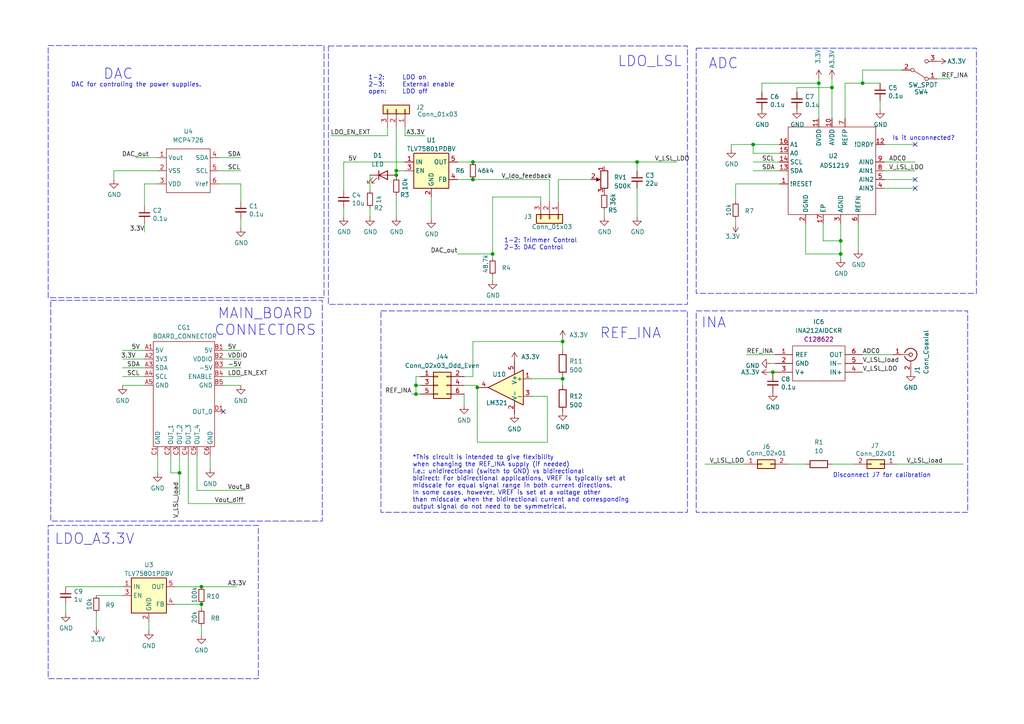
<source format=kicad_sch>
(kicad_sch (version 20250114) (generator "eeschema") (generator_version "9.0")
  (paper "A4")
  (lib_symbols
    (symbol "Amplifier_Operational:LM321" (pin_names (offset 0.127))
      (property "Reference" "U" (at 0 7.62 0))
      (property "Value" "LM321" (at 0 5.08 0))
      (symbol "LM321_0_1"
        (polyline (pts (xy -5.08 5.08) (xy 5.08 0) (xy -5.08 -5.08) (xy -5.08 5.08)) (stroke (width 0.254)) (fill (type background)))
      )
      (symbol "LM321_1_1"
        (pin input line (at -7.62 2.54 0) (length 2.54) (name "+") (number "1"))
        (pin input line (at -7.62 -2.54 0) (length 2.54) (name "-") (number "3"))
        (pin power_in line (at -2.54 7.62 270) (length 3.81) (name "V+") (number "5"))
        (pin power_in line (at -2.54 -7.62 90) (length 3.81) (name "V-") (number "2"))
        (pin output line (at 7.62 0 180) (length 2.54) (name "~") (number "4"))
      )
    )
    (symbol "Connector:Conn_Coaxial" (pin_names (offset 1.016) (hide yes))
      (property "Reference" "J" (at 0.254 3.048 0))
      (property "Value" "Conn_Coaxial" (at 2.921 0 90))
      (symbol "Conn_Coaxial_0_1"
        (polyline (pts (xy -2.54 0) (xy -0.508 0)))
        (arc (start 1.778 0) (mid 0.222 -1.8079) (end -1.778 -0.508) (stroke (width 0.254)))
        (arc (start -1.778 0.508) (mid 0.2221 1.8084) (end 1.778 0) (stroke (width 0.254)))
        (circle (center 0 0) (radius 0.508) (stroke (width 0.2032)))
        (polyline (pts (xy 0 -2.54) (xy 0 -1.778)))
      )
      (symbol "Conn_Coaxial_1_1"
        (pin passive line (at -5.08 0 0) (length 2.54) (name "In") (number "1"))
        (pin passive line (at 0 -5.08 90) (length 2.54) (name "Ext") (number "2"))
      )
    )
    (symbol "Connector_Generic:Conn_01x03" (pin_names (offset 1.016) (hide yes))
      (property "Reference" "J" (at 0 5.08 0))
      (property "Value" "Conn_01x03" (at 0 -5.08 0))
      (symbol "Conn_01x03_1_1"
        (rectangle (start -1.27 3.81) (end 1.27 -3.81) (stroke (width 0.254)) (fill (type background)))
        (rectangle (start -1.27 2.667) (end 0 2.413) (stroke (width 0.1524)))
        (rectangle (start -1.27 0.127) (end 0 -0.127) (stroke (width 0.1524)))
        (rectangle (start -1.27 -2.413) (end 0 -2.667) (stroke (width 0.1524)))
        (pin passive line (at -5.08 2.54 0) (length 3.81) (name "Pin_1") (number "1"))
        (pin passive line (at -5.08 0 0) (length 3.81) (name "Pin_2") (number "2"))
        (pin passive line (at -5.08 -2.54 0) (length 3.81) (name "Pin_3") (number "3"))
      )
    )
    (symbol "Connector_Generic:Conn_02x01" (pin_names (offset 1.016) (hide yes))
      (property "Reference" "J" (at 1.27 2.54 0))
      (property "Value" "Conn_02x01" (at 1.27 -2.54 0))
      (symbol "Conn_02x01_1_1"
        (rectangle (start -1.27 1.27) (end 3.81 -1.27) (stroke (width 0.254)) (fill (type background)))
        (rectangle (start -1.27 0.127) (end 0 -0.127) (stroke (width 0.1524)))
        (rectangle (start 3.81 0.127) (end 2.54 -0.127) (stroke (width 0.1524)))
        (pin passive line (at -5.08 0 0) (length 3.81) (name "Pin_1") (number "1"))
        (pin passive line (at 7.62 0 180) (length 3.81) (name "Pin_2") (number "2"))
      )
    )
    (symbol "Connector_Generic:Conn_02x03_Odd_Even" (pin_names (offset 1.016) (hide yes))
      (property "Reference" "J" (at 1.27 5.08 0))
      (property "Value" "Conn_02x03_Odd_Even" (at 1.27 -5.08 0))
      (symbol "Conn_02x03_Odd_Even_1_1"
        (rectangle (start -1.27 3.81) (end 3.81 -3.81) (stroke (width 0.254)) (fill (type background)))
        (rectangle (start -1.27 2.667) (end 0 2.413) (stroke (width 0.1524)))
        (rectangle (start -1.27 0.127) (end 0 -0.127) (stroke (width 0.1524)))
        (rectangle (start -1.27 -2.413) (end 0 -2.667) (stroke (width 0.1524)))
        (rectangle (start 3.81 2.667) (end 2.54 2.413) (stroke (width 0.1524)))
        (rectangle (start 3.81 0.127) (end 2.54 -0.127) (stroke (width 0.1524)))
        (rectangle (start 3.81 -2.413) (end 2.54 -2.667) (stroke (width 0.1524)))
        (pin passive line (at -5.08 2.54 0) (length 3.81) (name "Pin_1") (number "1"))
        (pin passive line (at -5.08 0 0) (length 3.81) (name "Pin_3") (number "3"))
        (pin passive line (at -5.08 -2.54 0) (length 3.81) (name "Pin_5") (number "5"))
        (pin passive line (at 7.62 2.54 180) (length 3.81) (name "Pin_2") (number "2"))
        (pin passive line (at 7.62 0 180) (length 3.81) (name "Pin_4") (number "4"))
        (pin passive line (at 7.62 -2.54 180) (length 3.81) (name "Pin_6") (number "6"))
      )
    )
    (symbol "Device:C_Small" (pin_numbers (hide yes)) (pin_names (offset 0.254) (hide yes))
      (property "Reference" "C" (at 0.254 1.778 0))
      (property "Value" "C_Small" (at 0.254 -2.032 0))
      (symbol "C_Small_0_1"
        (polyline (pts (xy -1.524 0.508) (xy 1.524 0.508)) (stroke (width 0.3048)))
        (polyline (pts (xy -1.524 -0.508) (xy 1.524 -0.508)) (stroke (width 0.3302)))
      )
      (symbol "C_Small_1_1"
        (pin passive line (at 0 2.54 270) (length 2.032) (name "~") (number "1"))
        (pin passive line (at 0 -2.54 90) (length 2.032) (name "~") (number "2"))
      )
    )
    (symbol "Device:LED" (pin_numbers (hide yes)) (pin_names (offset 1.016) (hide yes))
      (property "Reference" "D" (at 0 2.54 0))
      (property "Value" "LED" (at 0 -2.54 0))
      (symbol "LED_0_1"
        (polyline (pts (xy -3.048 -0.762) (xy -4.572 -2.286) (xy -3.81 -2.286) (xy -4.572 -2.286) (xy -4.572 -1.524)))
        (polyline (pts (xy -1.778 -0.762) (xy -3.302 -2.286) (xy -2.54 -2.286) (xy -3.302 -2.286) (xy -3.302 -1.524)))
        (polyline (pts (xy -1.27 0) (xy 1.27 0)))
        (polyline (pts (xy -1.27 -1.27) (xy -1.27 1.27)) (stroke (width 0.254)))
        (polyline (pts (xy 1.27 -1.27) (xy 1.27 1.27) (xy -1.27 0) (xy 1.27 -1.27)) (stroke (width 0.254)))
      )
      (symbol "LED_1_1"
        (pin passive line (at -3.81 0 0) (length 2.54) (name "K") (number "1"))
        (pin passive line (at 3.81 0 180) (length 2.54) (name "A") (number "2"))
      )
    )
    (symbol "Device:R" (pin_numbers (hide yes)) (pin_names (offset 0))
      (property "Reference" "R" (at 2.032 0 90))
      (property "Value" "R" (at 0 0 90))
      (symbol "R_0_1"
        (rectangle (start -1.016 -2.54) (end 1.016 2.54) (stroke (width 0.254)))
      )
      (symbol "R_1_1"
        (pin passive line (at 0 3.81 270) (length 1.27) (name "~") (number "1"))
        (pin passive line (at 0 -3.81 90) (length 1.27) (name "~") (number "2"))
      )
    )
    (symbol "Device:R_Potentiometer" (pin_names (offset 1.016) (hide yes))
      (property "Reference" "RV" (at -4.445 0 90))
      (property "Value" "R_Potentiometer" (at -2.54 0 90))
      (symbol "R_Potentiometer_0_1"
        (rectangle (start 1.016 2.54) (end -1.016 -2.54) (stroke (width 0.254)))
        (polyline (pts (xy 1.143 0) (xy 2.286 0.508) (xy 2.286 -0.508) (xy 1.143 0)) (fill (type outline)))
        (polyline (pts (xy 2.54 0) (xy 1.524 0)))
      )
      (symbol "R_Potentiometer_1_1"
        (pin passive line (at 0 3.81 270) (length 1.27) (name "1") (number "1"))
        (pin passive line (at 0 -3.81 90) (length 1.27) (name "3") (number "3"))
        (pin passive line (at 3.81 0 180) (length 1.27) (name "2") (number "2"))
      )
    )
    (symbol "Device:R_Small" (pin_numbers (hide yes)) (pin_names (offset 0.254) (hide yes))
      (property "Reference" "R" (at 0.762 0.508 0))
      (property "Value" "R_Small" (at 0.762 -1.016 0))
      (symbol "R_Small_0_1"
        (rectangle (start -0.762 1.778) (end 0.762 -1.778) (stroke (width 0.2032)))
      )
      (symbol "R_Small_1_1"
        (pin passive line (at 0 2.54 270) (length 0.762) (name "~") (number "1"))
        (pin passive line (at 0 -2.54 90) (length 0.762) (name "~") (number "2"))
      )
    )
    (symbol "External-lib:ADS1219"
      (property "Reference" "U" (at 0 0 0))
      (symbol "ADS1219_0_1"
        (rectangle (start -12.7 12.7) (end 12.7 -12.7))
      )
      (symbol "ADS1219_1_1"
        (pin input line (at -15.24 7.62 0) (length 2.54) (name "A1") (number "16"))
        (pin input line (at -15.24 5.08 0) (length 2.54) (name "A0") (number "15"))
        (pin input line (at -15.24 2.54 0) (length 2.54) (name "SCL") (number "14"))
        (pin bidirectional line (at -15.24 0 0) (length 2.54) (name "SDA") (number "13"))
        (pin bidirectional line (at -15.24 -3.81 0) (length 2.54) (name "!RESET") (number "1"))
        (pin bidirectional line (at -7.62 -15.24 90) (length 2.54) (name "DGND") (number "2"))
        (pin bidirectional line (at -3.81 15.24 270) (length 2.54) (name "DVDD") (number "11"))
        (pin bidirectional line (at -2.54 -15.24 90) (length 2.54) (name "EP") (number "17"))
        (pin bidirectional line (at 0 15.24 270) (length 2.54) (name "AVDD") (number "10"))
        (pin bidirectional line (at 2.54 -15.24 90) (length 2.54) (name "AGND") (number "3"))
        (pin bidirectional line (at 3.81 15.24 270) (length 2.54) (name "REFP") (number "7"))
        (pin bidirectional line (at 7.62 -15.24 90) (length 2.54) (name "REFN") (number "6"))
        (pin bidirectional line (at 15.24 7.62 180) (length 2.54) (name "!DRDY") (number "12"))
        (pin bidirectional line (at 15.24 2.54 180) (length 2.54) (name "AIN0") (number "9"))
        (pin bidirectional line (at 15.24 0 180) (length 2.54) (name "AIN1") (number "8"))
        (pin bidirectional line (at 15.24 -2.54 180) (length 2.54) (name "AIN2") (number "5"))
        (pin bidirectional line (at 15.24 -5.08 180) (length 2.54) (name "AIN3") (number "4"))
      )
    )
    (symbol "External-lib:INA212AIDCKR" (pin_names (offset 0.762))
      (property "Reference" "IC" (at 21.59 7.62 0))
      (property "Value" "INA212AIDCKR" (at 21.59 5.08 0))
      (property "LCSC" "C128622" (at 0 0 0))
      (symbol "INA212AIDCKR_0_0"
        (pin passive line (at 0 0 0) (length 5.08) (name "REF") (number "1"))
        (pin passive line (at 0 -2.54 0) (length 5.08) (name "GND") (number "2"))
        (pin passive line (at 0 -5.08 0) (length 5.08) (name "V+") (number "3"))
        (pin passive line (at 25.4 0 180) (length 5.08) (name "OUT") (number "6"))
        (pin passive line (at 25.4 -2.54 180) (length 5.08) (name "IN-") (number "5"))
        (pin passive line (at 25.4 -5.08 180) (length 5.08) (name "IN+") (number "4"))
      )
      (symbol "INA212AIDCKR_0_1"
        (polyline (pts (xy 5.08 2.54) (xy 20.32 2.54) (xy 20.32 -7.62) (xy 5.08 -7.62) (xy 5.08 2.54)) (stroke (width 0.1524)))
      )
    )
    (symbol "External-lib:MCP4726-SOT23"
      (property "Reference" "U" (at 0 0 0))
      (symbol "MCP4726-SOT23_0_1"
        (rectangle (start -6.35 6.35) (end 6.35 -6.35))
      )
      (symbol "MCP4726-SOT23_1_1"
        (pin unspecified line (at -8.89 3.81 0) (length 2.54) (name "Vout") (number "1"))
        (pin unspecified line (at -8.89 0 0) (length 2.54) (name "VSS") (number "2"))
        (pin unspecified line (at -8.89 -3.81 0) (length 2.54) (name "VDD") (number "3"))
        (pin unspecified line (at 8.89 3.81 180) (length 2.54) (name "SDA") (number "4"))
        (pin unspecified line (at 8.89 0 180) (length 2.54) (name "SCL") (number "5"))
        (pin unspecified line (at 8.89 -3.81 180) (length 2.54) (name "Vref") (number "6"))
      )
    )
    (symbol "PCB-connectors-lib:chewing-gum" (in_bom no)
      (property "Reference" "CG" (at 1.778 31.75 0))
      (symbol "chewing-gum_0_1"
        (rectangle (start 0 30.48) (end 17.78 0))
      )
      (symbol "chewing-gum_1_1"
        (pin bidirectional line (at -2.54 27.94 0) (length 2.54) (name "5V") (number "A1"))
        (pin input line (at -2.54 25.4 0) (length 2.54) (name "3V3") (number "A2"))
        (pin bidirectional line (at -2.54 22.86 0) (length 2.54) (name "SDA") (number "A3"))
        (pin output line (at -2.54 20.32 0) (length 2.54) (name "SCL") (number "A4"))
        (pin output line (at -2.54 17.78 0) (length 2.54) (name "GND") (number "A5"))
        (pin bidirectional line (at 1.27 -2.54 90) (length 2.54) (name "GND") (number "C1"))
        (pin output line (at 5.08 -2.54 90) (length 2.54) (name "OUT_1") (number "C2"))
        (pin output line (at 7.62 -2.54 90) (length 2.54) (name "OUT_2") (number "C3"))
        (pin output line (at 10.16 -2.54 90) (length 2.54) (name "OUT_3") (number "C4"))
        (pin output line (at 12.7 -2.54 90) (length 2.54) (name "OUT_4") (number "C5"))
        (pin bidirectional line (at 16.51 -2.54 90) (length 2.54) (name "GND") (number "C6"))
        (pin input line (at 20.32 27.94 180) (length 2.54) (name "5V") (number "B1"))
        (pin bidirectional line (at 20.32 25.4 180) (length 2.54) (name "VDDIO") (number "B2"))
        (pin bidirectional line (at 20.32 22.86 180) (length 2.54) (name "-5V") (number "B3"))
        (pin bidirectional line (at 20.32 20.32 180) (length 2.54) (name "ENABLE") (number "B4"))
        (pin input line (at 20.32 17.78 180) (length 2.54) (name "GND") (number "B5"))
        (pin output line (at 20.32 10.16 180) (length 2.54) (name "OUT_0") (number "D1"))
      )
    )
    (symbol "Regulator_Linear:TLV75801PDBV"
      (property "Reference" "U" (at -3.81 6.35 0))
      (property "Value" "TLV75801PDBV" (at 0 6.35 0))
      (symbol "TLV75801PDBV_0_1"
        (rectangle (start 5.08 -5.08) (end -5.08 5.08) (stroke (width 0.254)) (fill (type background)))
      )
      (symbol "TLV75801PDBV_1_1"
        (pin power_in line (at -7.62 2.54 0) (length 2.54) (name "IN") (number "1"))
        (pin input line (at -7.62 0 0) (length 2.54) (name "EN") (number "3"))
        (pin power_in line (at 0 -7.62 90) (length 2.54) (name "GND") (number "2"))
        (pin power_out line (at 7.62 2.54 180) (length 2.54) (name "OUT") (number "5"))
        (pin input line (at 7.62 -2.54 180) (length 2.54) (name "FB") (number "4"))
      )
    )
    (symbol "Switch:SW_SPDT" (pin_names (offset 0) (hide yes))
      (property "Reference" "SW" (at 0 4.318 0))
      (property "Value" "SW_SPDT" (at 0 -5.08 0))
      (symbol "SW_SPDT_0_0"
        (circle (center -2.032 0) (radius 0.508))
        (circle (center 2.032 -2.54) (radius 0.508))
      )
      (symbol "SW_SPDT_0_1"
        (polyline (pts (xy -1.524 0.254) (xy 1.651 2.286)))
        (circle (center 2.032 2.54) (radius 0.508))
      )
      (symbol "SW_SPDT_1_1"
        (pin passive line (at -5.08 0 0) (length 2.54) (name "B") (number "2"))
        (pin passive line (at 5.08 2.54 180) (length 2.54) (name "A") (number "1"))
        (pin passive line (at 5.08 -2.54 180) (length 2.54) (name "C") (number "3"))
      )
    )
    (symbol "power:+3.3VA" (power) (pin_names (offset 0))
      (property "Value" "+3.3VA" (at 0 3.556 0))
      (symbol "+3.3VA_0_1"
        (polyline (pts (xy -0.762 1.27) (xy 0 2.54)))
        (polyline (pts (xy 0 2.54) (xy 0.762 1.27)))
        (polyline (pts (xy 0 0) (xy 0 2.54)))
      )
      (symbol "+3.3VA_1_1"
        (pin power_in line (at 0 0 90) (length 0) (hide yes) (name "+3.3VA") (number "1"))
      )
    )
    (symbol "power:GND" (power) (pin_names (offset 0))
      (property "Value" "GND" (at 0 -3.81 0))
      (symbol "GND_0_1"
        (polyline (pts (xy 0 0) (xy 0 -1.27) (xy 1.27 -1.27) (xy 0 -2.54) (xy -1.27 -1.27) (xy 0 -1.27)))
      )
      (symbol "GND_1_1"
        (pin power_in line (at 0 0 270) (length 0) (hide yes) (name "GND") (number "1"))
      )
    )
  )
  (rectangle (start 110.49 90.17) (end 199.39 148.59) (stroke (width 0) (type dash)))
  (rectangle (start 201.93 13.97) (end 283.21 85.09) (stroke (width 0) (type dash)))
  (rectangle (start 13.97 152.4) (end 74.93 196.85) (stroke (width 0) (type dash)))
  (rectangle (start 95.25 13.335) (end 199.39 88.265) (stroke (width 0) (type dash)))
  (rectangle (start 14.732 87.122) (end 93.472 151.13) (stroke (width 0) (type dash)))
  (rectangle (start 201.93 90.17) (end 280.67 148.59) (stroke (width 0) (type dash)))
  (rectangle (start 13.97 13.208) (end 93.98 86.36) (stroke (width 0) (type dash)))
  (text "MAIN_BOARD\nCONNECTORS\n" (at 76.962 93.472 0) (effects (font (size 3 3))))
  (text "DAC" (at 34.29 21.59 0) (effects (font (size 3 3))))
  (text "1-2:	LDO on\n2-3:	External enable\nopen:	LDO off" (at 106.807 27.432 0) (effects (font (size 1.27 1.27)) (justify left bottom)))
  (text "DAC for controling the power supplies.\n" (at 20.574 25.4 0) (effects (font (size 1.27 1.27)) (justify left bottom)))
  (text "Disconnect J7 for calibration" (at 241.554 138.684 0) (effects (font (size 1.27 1.27)) (justify left bottom)))
  (text "INA\n" (at 207.01 93.726 0) (effects (font (size 3 3))))
  (text "REF_INA" (at 182.88 96.774 0) (effects (font (size 3 3))))
  (text "LDO_A3.3V\n" (at 27.432 156.464 0) (effects (font (size 3 3))))
  (text "ADC" (at 209.804 18.542 0) (effects (font (size 3 3))))
  (text "Is it unconnected?" (at 258.826 40.894 0) (effects (font (size 1.27 1.27)) (justify left bottom)))
  (text "*This circuit is intended to give flexibility \nwhen changing the REF_INA supply (if needed)\ni.e.: unidirectional (switch to GND) vs bidirectional\nbidirect: For bidirectional applications, VREF is typically set at\nmidscale for equal signal range in both current directions. \nIn some cases, however, VREF is set at a voltage other\nthan midscale when the bidirectional current and corresponding \noutput signal do not need to be symmetrical." (at 119.634 147.828 0) (effects (font (size 1.27 1.27)) (justify left bottom)))
  (text "1-2: Trimmer Control\n2-3: DAC Control\n" (at 146.177 72.644 0) (effects (font (size 1.27 1.27)) (justify left bottom)))
  (text "LDO_LSL\n" (at 188.468 17.907 0) (effects (font (size 3 3))))
  (junction (at 114.935 49.53))
  (junction (at 243.84 69.85))
  (junction (at 142.875 73.66))
  (junction (at 250.19 24.13))
  (junction (at 138.43 112.395))
  (junction (at 163.195 99.06))
  (junction (at 120.65 114.3))
  (junction (at 114.935 50.8))
  (junction (at 163.195 109.855))
  (junction (at 218.44 41.91))
  (junction (at 120.65 111.76))
  (junction (at 137.16 52.07))
  (junction (at 184.785 46.99))
  (junction (at 137.16 46.99))
  (junction (at 52.07 137.16))
  (junction (at 58.42 175.26))
  (junction (at 58.42 170.18))
  (junction (at 241.3 25.4))
  (junction (at 224.155 107.95))
  (junction (at 243.84 73.66))
  (junction (at 237.49 24.13))
  (no_connect (at 265.43 41.91))
  (no_connect (at 265.43 54.61))
  (no_connect (at 265.43 52.07))
  (no_connect (at 64.77 119.38))
  (wire (pts (xy 120.65 111.76) (xy 121.92 111.76)))
  (wire (pts (xy 218.44 44.45) (xy 226.06 44.45)))
  (wire (pts (xy 60.96 132.08) (xy 60.96 135.89)))
  (wire (pts (xy 241.3 134.62) (xy 247.65 134.62)))
  (wire (pts (xy 107.315 50.8) (xy 107.315 55.245)))
  (wire (pts (xy 256.54 49.53) (xy 265.43 49.53)))
  (wire (pts (xy 158.75 128.27) (xy 138.43 128.27)))
  (wire (pts (xy 241.3 22.86) (xy 241.3 25.4)))
  (wire (pts (xy 50.8 175.26) (xy 58.42 175.26)))
  (wire (pts (xy 63.5 49.53) (xy 69.85 49.53)))
  (wire (pts (xy 156.845 57.15) (xy 156.845 58.42)))
  (wire (pts (xy 52.07 137.16) (xy 52.07 143.51)))
  (wire (pts (xy 223.52 107.95) (xy 224.155 107.95)))
  (wire (pts (xy 250.19 102.87) (xy 259.08 102.87)))
  (wire (pts (xy 161.925 52.07) (xy 161.925 58.42)))
  (wire (pts (xy 99.695 46.99) (xy 117.475 46.99)))
  (wire (pts (xy 218.44 46.99) (xy 226.06 46.99)))
  (wire (pts (xy 142.875 73.66) (xy 142.875 57.15)))
  (wire (pts (xy 54.61 132.08) (xy 54.61 146.05)))
  (wire (pts (xy 250.19 24.13) (xy 255.27 24.13)))
  (wire (pts (xy 228.6 134.62) (xy 233.68 134.62)))
  (wire (pts (xy 237.49 24.13) (xy 237.49 34.29)))
  (wire (pts (xy 58.42 170.18) (xy 68.58 170.18)))
  (wire (pts (xy 49.53 132.08) (xy 49.53 137.16)))
  (wire (pts (xy 27.94 172.72) (xy 35.56 172.72)))
  (wire (pts (xy 117.475 39.37) (xy 123.19 39.37)))
  (wire (pts (xy 218.44 41.91) (xy 226.06 41.91)))
  (wire (pts (xy 245.11 24.13) (xy 245.11 34.29)))
  (wire (pts (xy 119.38 114.3) (xy 120.65 114.3)))
  (wire (pts (xy 120.65 114.3) (xy 121.92 114.3)))
  (wire (pts (xy 256.54 41.91) (xy 265.43 41.91)))
  (wire (pts (xy 19.05 175.26) (xy 19.05 177.8)))
  (wire (pts (xy 137.16 52.07) (xy 159.385 52.07)))
  (wire (pts (xy 243.84 73.66) (xy 243.84 74.93)))
  (wire (pts (xy 238.76 69.85) (xy 243.84 69.85)))
  (wire (pts (xy 231.14 25.4) (xy 231.14 26.67)))
  (wire (pts (xy 245.11 24.13) (xy 250.19 24.13)))
  (wire (pts (xy 204.47 134.62) (xy 215.9 134.62)))
  (wire (pts (xy 64.77 109.22) (xy 69.85 109.22)))
  (wire (pts (xy 69.85 53.34) (xy 69.85 58.42)))
  (wire (pts (xy 112.395 36.83) (xy 112.395 39.37)))
  (wire (pts (xy 35.56 101.6) (xy 41.91 101.6)))
  (wire (pts (xy 237.49 24.13) (xy 220.98 24.13)))
  (wire (pts (xy 159.385 52.07) (xy 159.385 58.42)))
  (wire (pts (xy 256.54 52.07) (xy 265.43 52.07)))
  (wire (pts (xy 64.77 111.76) (xy 69.85 111.76)))
  (wire (pts (xy 137.16 46.99) (xy 184.785 46.99)))
  (wire (pts (xy 271.78 22.86) (xy 275.59 22.86)))
  (wire (pts (xy 132.715 52.07) (xy 137.16 52.07)))
  (wire (pts (xy 256.54 54.61) (xy 265.43 54.61)))
  (wire (pts (xy 243.84 69.85) (xy 243.84 64.77)))
  (wire (pts (xy 163.195 98.425) (xy 163.195 99.06)))
  (wire (pts (xy 154.305 109.855) (xy 163.195 109.855)))
  (wire (pts (xy 114.935 49.53) (xy 117.475 49.53)))
  (wire (pts (xy 163.195 99.06) (xy 137.16 99.06)))
  (wire (pts (xy 57.15 132.08) (xy 57.15 142.24)))
  (wire (pts (xy 241.3 25.4) (xy 231.14 25.4)))
  (wire (pts (xy 57.15 142.24) (xy 71.12 142.24)))
  (wire (pts (xy 54.61 146.05) (xy 71.12 146.05)))
  (wire (pts (xy 41.91 53.34) (xy 41.91 59.69)))
  (wire (pts (xy 52.07 132.08) (xy 52.07 137.16)))
  (wire (pts (xy 142.875 73.66) (xy 142.875 74.93)))
  (wire (pts (xy 39.37 45.72) (xy 45.72 45.72)))
  (wire (pts (xy 64.77 106.68) (xy 69.85 106.68)))
  (wire (pts (xy 33.02 49.53) (xy 45.72 49.53)))
  (wire (pts (xy 175.26 60.96) (xy 175.26 62.865)))
  (wire (pts (xy 250.19 20.32) (xy 261.62 20.32)))
  (wire (pts (xy 223.52 105.41) (xy 224.79 105.41)))
  (wire (pts (xy 58.42 175.26) (xy 58.42 176.53)))
  (wire (pts (xy 120.65 111.76) (xy 120.65 114.3)))
  (wire (pts (xy 125.095 57.15) (xy 125.095 63.5)))
  (wire (pts (xy 49.53 137.16) (xy 52.07 137.16)))
  (wire (pts (xy 142.875 57.15) (xy 156.845 57.15)))
  (wire (pts (xy 63.5 53.34) (xy 69.85 53.34)))
  (wire (pts (xy 134.62 109.22) (xy 137.16 109.22)))
  (wire (pts (xy 35.56 109.22) (xy 41.91 109.22)))
  (wire (pts (xy 255.27 29.21) (xy 255.27 31.75)))
  (wire (pts (xy 45.72 132.08) (xy 45.72 137.16)))
  (wire (pts (xy 213.36 63.5) (xy 213.36 64.77)))
  (wire (pts (xy 107.315 60.325) (xy 107.315 62.865)))
  (wire (pts (xy 142.875 80.01) (xy 142.875 81.28)))
  (wire (pts (xy 250.19 24.13) (xy 250.19 20.32)))
  (wire (pts (xy 158.75 114.935) (xy 158.75 128.27)))
  (wire (pts (xy 163.195 109.855) (xy 163.195 111.76)))
  (wire (pts (xy 138.43 112.395) (xy 139.065 112.395)))
  (wire (pts (xy 237.49 22.86) (xy 237.49 24.13)))
  (wire (pts (xy 99.695 46.99) (xy 99.695 55.245)))
  (wire (pts (xy 224.155 107.95) (xy 224.79 107.95)))
  (wire (pts (xy 137.16 99.06) (xy 137.16 109.22)))
  (wire (pts (xy 50.8 170.18) (xy 58.42 170.18)))
  (wire (pts (xy 241.3 25.4) (xy 241.3 34.29)))
  (wire (pts (xy 184.785 54.61) (xy 184.785 62.865)))
  (wire (pts (xy 213.36 53.34) (xy 213.36 58.42)))
  (wire (pts (xy 184.785 46.99) (xy 196.215 46.99)))
  (wire (pts (xy 35.56 104.14) (xy 41.91 104.14)))
  (wire (pts (xy 260.35 134.62) (xy 279.4 134.62)))
  (wire (pts (xy 99.695 60.325) (xy 99.695 62.865)))
  (wire (pts (xy 218.44 49.53) (xy 226.06 49.53)))
  (wire (pts (xy 233.68 73.66) (xy 243.84 73.66)))
  (wire (pts (xy 184.785 46.99) (xy 184.785 49.53)))
  (wire (pts (xy 138.43 111.76) (xy 138.43 112.395)))
  (wire (pts (xy 220.98 24.13) (xy 220.98 26.67)))
  (wire (pts (xy 132.715 46.99) (xy 137.16 46.99)))
  (wire (pts (xy 142.875 73.66) (xy 132.715 73.66)))
  (wire (pts (xy 114.935 56.515) (xy 114.935 62.865)))
  (wire (pts (xy 256.54 46.99) (xy 265.43 46.99)))
  (wire (pts (xy 64.77 101.6) (xy 69.85 101.6)))
  (wire (pts (xy 233.68 64.77) (xy 233.68 73.66)))
  (wire (pts (xy 33.02 49.53) (xy 33.02 52.07)))
  (wire (pts (xy 154.305 114.935) (xy 158.75 114.935)))
  (wire (pts (xy 134.62 117.475) (xy 134.62 114.3)))
  (wire (pts (xy 69.85 63.5) (xy 69.85 66.04)))
  (wire (pts (xy 243.84 69.85) (xy 243.84 73.66)))
  (wire (pts (xy 216.535 102.87) (xy 224.79 102.87)))
  (wire (pts (xy 58.42 181.61) (xy 58.42 184.15)))
  (wire (pts (xy 218.44 41.91) (xy 212.09 41.91)))
  (wire (pts (xy 114.935 36.83) (xy 114.935 49.53)))
  (wire (pts (xy 43.18 180.34) (xy 43.18 182.88)))
  (wire (pts (xy 134.62 111.76) (xy 138.43 111.76)))
  (wire (pts (xy 114.935 49.53) (xy 114.935 50.8)))
  (wire (pts (xy 238.76 64.77) (xy 238.76 69.85)))
  (wire (pts (xy 45.72 53.34) (xy 41.91 53.34)))
  (wire (pts (xy 171.45 52.07) (xy 161.925 52.07)))
  (wire (pts (xy 35.56 106.68) (xy 41.91 106.68)))
  (wire (pts (xy 35.56 111.76) (xy 41.91 111.76)))
  (wire (pts (xy 163.195 109.22) (xy 163.195 109.855)))
  (wire (pts (xy 114.935 50.8) (xy 114.935 51.435)))
  (wire (pts (xy 163.195 99.06) (xy 163.195 101.6)))
  (wire (pts (xy 41.91 64.77) (xy 41.91 67.31)))
  (wire (pts (xy 212.09 41.91) (xy 212.09 43.18)))
  (wire (pts (xy 63.5 45.72) (xy 69.85 45.72)))
  (wire (pts (xy 218.44 41.91) (xy 218.44 44.45)))
  (wire (pts (xy 27.94 177.8) (xy 27.94 181.61)))
  (wire (pts (xy 19.05 170.18) (xy 35.56 170.18)))
  (wire (pts (xy 64.77 104.14) (xy 69.85 104.14)))
  (wire (pts (xy 120.65 109.22) (xy 120.65 111.76)))
  (wire (pts (xy 224.155 108.585) (xy 224.155 107.95)))
  (wire (pts (xy 138.43 112.395) (xy 138.43 128.27)))
  (wire (pts (xy 117.475 36.83) (xy 117.475 39.37)))
  (wire (pts (xy 121.92 109.22) (xy 120.65 109.22)))
  (wire (pts (xy 213.36 53.34) (xy 226.06 53.34)))
  (wire (pts (xy 248.92 64.77) (xy 248.92 72.39)))
  (wire (pts (xy 95.885 39.37) (xy 112.395 39.37)))
  (label "5V" (at 100.965 46.99 0))
  (label "V_LSL_load" (at 262.89 134.62 0))
  (label "DAC_out" (at 132.715 73.66 180))
  (label "LDO_EN_EXT" (at 95.885 39.37 0))
  (label "3.3V" (at 41.91 67.31 180))
  (label "SDA" (at 66.04 45.72 0))
  (label "A3.3V" (at 123.19 39.37 180))
  (label "SDA" (at 36.83 106.68 0))
  (label "REF_INA" (at 119.38 114.3 180))
  (label "5V" (at 66.04 101.6 0))
  (label "V_ldo_feedback" (at 145.415 52.07 0))
  (label "5V" (at 38.1 101.6 0))
  (label "Vout_B" (at 66.04 142.24 0))
  (label "DAC_out" (at 43.18 45.72 180))
  (label "SCL" (at 220.98 46.99 0))
  (label "SDA" (at 220.98 49.53 0))
  (label "V_LSL_LDO" (at 215.9 134.62 180))
  (label "ADC0" (at 257.81 46.99 0))
  (label "V_LSL_load" (at 250.19 105.41 0))
  (label "SCL" (at 36.83 109.22 0))
  (label "REF_INA" (at 216.535 102.87 0))
  (label "V_LSL_load" (at 52.07 139.7 270))
  (label "LDO_EN_EXT" (at 66.04 109.22 0))
  (label "SCL" (at 66.04 49.53 0))
  (label "V_LSL_LDO" (at 250.19 107.95 0))
  (label "REF_INA" (at 273.05 22.86 0))
  (label "A3.3V" (at 66.04 170.18 0))
  (label "3.3V" (at 39.37 104.14 180))
  (label "VDDIO" (at 66.04 104.14 0))
  (label "V_LSL_LDO" (at 257.81 49.53 0))
  (label "-5V" (at 66.04 106.68 0))
  (label "V_LSL_LDO" (at 189.865 46.99 0))
  (label "ADC0" (at 250.19 102.87 0))
  (label "Vout_diff" (at 62.23 146.05 0))
  (symbol (lib_id "power:+3.3VA") (at 213.36 64.77 180) (unit 1)
    (property "Reference" "#PWR012" (effects (hide yes)))
    (property "Value" "3.3V" (at 210.312 68.58 0) (effects (justify right)))
  )
  (symbol (lib_id "External-lib:INA212AIDCKR") (at 224.79 102.87 0) (unit 1)
    (property "Reference" "IC6" (at 237.49 93.345 0))
    (property "Value" "INA212AIDCKR" (at 237.49 95.885 0))
    (property "Footprint" "Package_TO_SOT_SMD:SOT-363_SC-70-6" (effects (hide yes)))
    (property "Datasheet" "https://www.ti.com/lit/ds/symlink/ina210.pdf" (effects (hide yes)))
    (property "Description" "26V, Bi-Directional, Zero-Drift, Low-/High-Side, Voltage Output Current Sense Amplifier" (effects (hide yes)))
    (property "Height" "1.1" (effects (hide yes)))
    (property "Manufacturer_Name" "Texas Instruments" (effects (hide yes)))
    (property "Manufacturer_Part_Number" "INA212AIDCKR" (effects (hide yes)))
    (property "Mouser Part Number" "595-INA212AIDCKR" (effects (hide yes)))
    (property "Mouser Price/Stock" "https://www.mouser.ch/ProductDetail/Texas-Instruments/INA212AIDCKR?qs=qU0TI%2FZyA%252BznWmS%252B7ZZfYw%3D%3D" (effects (hide yes)))
    (property "Arrow Part Number" "INA212AIDCKR" (effects (hide yes)))
    (property "Arrow Price/Stock" "https://www.arrow.com/en/products/ina210cidckr/texas-instruments?region=nac" (effects (hide yes)))
    (property "LCSC" "C128622" (at 237.49 98.425 0))
  )
  (symbol (lib_id "Device:R_Small") (at 175.26 58.42 0) (mirror y) (unit 1)
    (property "Reference" "R5" (at 179.07 60.96 0) (effects (justify left)))
    (property "Value" "36k" (at 177.8 59.69 90) (effects (justify left)))
    (property "Footprint" "Resistor_SMD:R_0603_1608Metric" (effects (hide yes)))
    (property "Digikey Part Number" "P10KGCT-ND" (effects (hide yes)))
    (property "Mouser Part Number" "667-ERJ-3GEYJ103V" (effects (hide yes)))
  )
  (symbol (lib_id "power:GND") (at 114.935 62.865 0) (unit 1)
    (property "Reference" "#PWR5" (effects (hide yes)))
    (property "Value" "GND" (at 115.062 67.2592 0))
  )
  (symbol (lib_id "Device:C_Small") (at 41.91 62.23 0) (unit 1)
    (property "Reference" "C2" (at 44.2468 61.0616 0) (effects (justify left)))
    (property "Value" "0.1u" (at 44.2468 63.373 0) (effects (justify left)))
    (property "Footprint" "Capacitor_SMD:C_0603_1608Metric" (effects (hide yes)))
    (property "Digikey Part Number" "399-9158-1-ND" (effects (hide yes)))
    (property "Mouser Part Number" "80-C0805C104Z3V" (effects (hide yes)))
    (property "LCSC" "C19702" (effects (hide yes)))
  )
  (symbol (lib_id "power:GND") (at 58.42 184.15 0) (unit 1)
    (property "Reference" "#PWR022" (effects (hide yes)))
    (property "Value" "GND" (at 58.42 188.595 0))
  )
  (symbol (lib_id "power:GND") (at 248.92 72.39 0) (unit 1)
    (property "Reference" "#PWR014" (effects (hide yes)))
    (property "Value" "GND" (at 249.047 76.7842 0))
  )
  (symbol (lib_id "Device:C_Small") (at 69.85 60.96 0) (unit 1)
    (property "Reference" "C1" (at 72.1868 59.7916 0) (effects (justify left)))
    (property "Value" "0.1u" (at 72.1868 62.103 0) (effects (justify left)))
    (property "Footprint" "Capacitor_SMD:C_0603_1608Metric" (effects (hide yes)))
    (property "Digikey Part Number" "399-9158-1-ND" (effects (hide yes)))
    (property "Mouser Part Number" "80-C0805C104Z3V" (effects (hide yes)))
    (property "LCSC" "C19702" (effects (hide yes)))
  )
  (symbol (lib_id "Device:R_Small") (at 137.16 49.53 0) (mirror x) (unit 1)
    (property "Reference" "R6" (at 132.08 49.53 0) (effects (justify left)))
    (property "Value" "46k4" (at 138.43 49.53 0) (effects (justify left)))
    (property "Footprint" "Resistor_SMD:R_0603_1608Metric" (effects (hide yes)))
    (property "Digikey Part Number" "P10KGCT-ND" (effects (hide yes)))
    (property "Mouser Part Number" "667-ERJ-3GEYJ103V" (effects (hide yes)))
  )
  (symbol (lib_id "Device:C_Small") (at 19.05 172.72 0) (unit 1)
    (property "Reference" "C9" (at 21.3868 171.5516 0) (effects (justify left)))
    (property "Value" "1u" (at 21.3868 173.863 0) (effects (justify left)))
    (property "Footprint" "Capacitor_SMD:C_0603_1608Metric" (effects (hide yes)))
    (property "Digikey Part Number" "399-9158-1-ND" (effects (hide yes)))
    (property "Mouser Part Number" "80-C0805C104Z3V" (effects (hide yes)))
    (property "LCSC" "C19702" (effects (hide yes)))
  )
  (symbol (lib_id "PCB-connectors-lib:chewing-gum") (at 44.45 129.54 0) (unit 1) (in_bom no)
    (property "Reference" "CG1" (at 53.34 94.996 0))
    (property "Value" "BOARD_CONNECTOR" (at 53.594 97.536 0))
    (property "Footprint" "heep-footprints:chewing-gum-pcb" (effects (hide yes)))
  )
  (symbol (lib_id "Connector_Generic:Conn_02x01") (at 255.27 134.62 180) (unit 1)
    (property "Reference" "J7" (at 253.746 129.286 0))
    (property "Value" "Conn_02x01" (at 254 131.572 0))
    (property "Footprint" "Connector_PinHeader_2.54mm:PinHeader_1x02_P2.54mm_Vertical" (effects (hide yes)))
  )
  (symbol (lib_id "power:GND") (at 45.72 137.16 0) (unit 1)
    (property "Reference" "#PWR011" (effects (hide yes)))
    (property "Value" "GND" (at 45.72 141.605 0))
  )
  (symbol (lib_id "power:GND") (at 224.155 113.665 0) (unit 1)
    (property "Reference" "#PWR062" (effects (hide yes)))
    (property "Value" "GND" (at 224.155 118.11 0))
  )
  (symbol (lib_id "power:GND") (at 69.85 66.04 0) (unit 1)
    (property "Reference" "#PWR026" (effects (hide yes)))
    (property "Value" "GND" (at 69.977 70.4342 0))
  )
  (symbol (lib_id "power:GND") (at 99.695 62.865 0) (unit 1)
    (property "Reference" "#PWR1" (effects (hide yes)))
    (property "Value" "GND" (at 99.822 67.2592 0))
  )
  (symbol (lib_id "Connector_Generic:Conn_02x01") (at 220.98 134.62 0) (unit 1)
    (property "Reference" "J6" (at 222.25 129.54 0))
    (property "Value" "Conn_02x01" (at 222.25 131.445 0))
    (property "Footprint" "Connector_PinHeader_2.54mm:PinHeader_1x02_P2.54mm_Vertical" (effects (hide yes)))
  )
  (symbol (lib_id "Connector_Generic:Conn_01x03") (at 159.385 63.5 270) (unit 1)
    (property "Reference" "J3" (at 154.305 62.865 90) (effects (justify right)))
    (property "Value" "Conn_01x03" (at 165.989 65.786 90) (effects (justify right)))
    (property "Footprint" "Connector_PinSocket_2.54mm:PinSocket_1x03_P2.54mm_Vertical" (effects (hide yes)))
  )
  (symbol (lib_id "power:GND") (at 142.875 81.28 0) (unit 1)
    (property "Reference" "#PWR7" (effects (hide yes)))
    (property "Value" "GND" (at 143.002 85.6742 0))
  )
  (symbol (lib_id "power:GND") (at 33.02 52.07 0) (unit 1)
    (property "Reference" "#PWR028" (effects (hide yes)))
    (property "Value" "GND" (at 33.147 56.4642 0))
  )
  (symbol (lib_id "Regulator_Linear:TLV75801PDBV") (at 43.18 172.72 0) (unit 1)
    (property "Reference" "U3" (at 43.18 163.83 0))
    (property "Value" "TLV75801PDBV" (at 43.18 166.37 0))
    (property "Footprint" "Package_TO_SOT_SMD:SOT-23-5" (effects (hide yes)))
    (property "Datasheet" "https://www.ti.com/lit/ds/symlink/tlv758p.pdf" (effects (hide yes)))
    (property "LCSC" "C2877852" (effects (hide yes)))
  )
  (symbol (lib_id "power:GND") (at 107.315 62.865 0) (unit 1)
    (property "Reference" "#PWR2" (effects (hide yes)))
    (property "Value" "GND" (at 107.442 67.2592 0))
  )
  (symbol (lib_id "power:+3.3VA") (at 27.94 181.61 180) (unit 1)
    (property "Reference" "#PWR025" (effects (hide yes)))
    (property "Value" "3.3V" (at 26.162 185.42 0) (effects (justify right)))
  )
  (symbol (lib_id "Connector_Generic:Conn_02x03_Odd_Even") (at 127 111.76 0) (unit 1)
    (property "Reference" "J44" (at 128.27 103.505 0))
    (property "Value" "Conn_02x03_Odd_Even" (at 128.27 106.045 0))
    (property "Footprint" "Connector_PinSocket_2.54mm:PinSocket_2x03_P2.54mm_Vertical" (effects (hide yes)))
  )
  (symbol (lib_id "Device:C_Small") (at 184.785 52.07 0) (unit 1)
    (property "Reference" "C3" (at 187.1218 50.9016 0) (effects (justify left)))
    (property "Value" "22u" (at 187.1218 53.213 0) (effects (justify left)))
    (property "Footprint" "Capacitor_SMD:C_0603_1608Metric" (effects (hide yes)))
    (property "Digikey Part Number" "399-9158-1-ND" (effects (hide yes)))
    (property "Mouser Part Number" "80-C0805C104Z3V" (effects (hide yes)))
  )
  (symbol (lib_id "power:+3.3VA") (at 149.225 104.775 0) (unit 1)
    (property "Reference" "#PWR0114" (effects (hide yes)))
    (property "Value" "A3.3V" (at 151.13 103.5049 0) (effects (justify left)))
  )
  (symbol (lib_id "Switch:SW_SPDT") (at 266.7 20.32 0) (mirror x) (unit 1)
    (property "Reference" "SW4" (at 267.208 26.67 0))
    (property "Value" "SW_SPDT" (at 267.716 24.638 0))
    (property "Footprint" "Button_Switch_SMD:SW_SPDT_PCM12" (effects (hide yes)))
  )
  (symbol (lib_id "power:GND") (at 149.225 120.015 0) (unit 1)
    (property "Reference" "#PWR0115" (effects (hide yes)))
    (property "Value" "GND" (at 149.225 124.46 0))
  )
  (symbol (lib_id "Device:R_Small") (at 107.315 57.785 0) (mirror y) (unit 1)
    (property "Reference" "R2" (at 111.125 60.325 0) (effects (justify left)))
    (property "Value" "1k" (at 109.855 59.055 90) (effects (justify left)))
    (property "Footprint" "Resistor_SMD:R_0603_1608Metric" (effects (hide yes)))
    (property "Digikey Part Number" "P10KGCT-ND" (effects (hide yes)))
    (property "Mouser Part Number" "667-ERJ-3GEYJ103V" (effects (hide yes)))
  )
  (symbol (lib_id "power:+3.3VA") (at 223.52 107.95 90) (unit 1)
    (property "Reference" "#PWR049" (effects (hide yes)))
    (property "Value" "A3.3V" (at 214.884 107.95 90) (effects (justify right)))
  )
  (symbol (lib_id "Device:C_Small") (at 224.155 111.125 0) (unit 1)
    (property "Reference" "C8" (at 226.4918 109.9566 0) (effects (justify left)))
    (property "Value" "0.1u" (at 226.4918 112.268 0) (effects (justify left)))
    (property "Footprint" "Capacitor_SMD:C_0603_1608Metric" (effects (hide yes)))
    (property "Digikey Part Number" "399-9158-1-ND" (effects (hide yes)))
    (property "Mouser Part Number" "80-C0805C104Z3V" (effects (hide yes)))
    (property "LCSC" "C19702" (effects (hide yes)))
  )
  (symbol (lib_id "Regulator_Linear:TLV75801PDBV") (at 125.095 49.53 0) (unit 1)
    (property "Reference" "U1" (at 125.095 40.64 0))
    (property "Value" "TLV75801PDBV" (at 125.095 43.18 0))
    (property "Footprint" "Package_TO_SOT_SMD:SOT-23-5" (effects (hide yes)))
    (property "Datasheet" "https://www.ti.com/lit/ds/symlink/tlv758p.pdf" (effects (hide yes)))
    (property "LCSC" "C2877852" (effects (hide yes)))
  )
  (symbol (lib_id "power:GND") (at 220.98 31.75 0) (unit 1)
    (property "Reference" "#PWR019" (effects (hide yes)))
    (property "Value" "GND" (at 221.107 36.1442 0))
  )
  (symbol (lib_id "power:GND") (at 231.14 31.75 0) (unit 1)
    (property "Reference" "#PWR020" (effects (hide yes)))
    (property "Value" "GND" (at 231.267 36.1442 0))
  )
  (symbol (lib_id "power:GND") (at 60.96 135.89 0) (unit 1)
    (property "Reference" "#PWR08" (effects (hide yes)))
    (property "Value" "GND" (at 60.96 140.335 0))
  )
  (symbol (lib_id "Device:R_Small") (at 213.36 60.96 0) (mirror y) (unit 1)
    (property "Reference" "R7" (at 218.694 61.214 0) (effects (justify left)))
    (property "Value" "10k" (at 211.328 62.738 90) (effects (justify left)))
    (property "Footprint" "Resistor_SMD:R_0603_1608Metric" (effects (hide yes)))
    (property "Digikey Part Number" "P10KGCT-ND" (effects (hide yes)))
    (property "Mouser Part Number" "667-ERJ-3GEYJ103V" (effects (hide yes)))
    (property "LCSC" "C98220" (effects (hide yes)))
  )
  (symbol (lib_id "Device:C_Small") (at 231.14 29.21 0) (unit 1)
    (property "Reference" "C7" (at 233.4768 28.0416 0) (effects (justify left)))
    (property "Value" "0.1u" (at 233.4768 30.353 0) (effects (justify left)))
    (property "Footprint" "Capacitor_SMD:C_0603_1608Metric" (effects (hide yes)))
    (property "Digikey Part Number" "399-9158-1-ND" (effects (hide yes)))
    (property "Mouser Part Number" "80-C0805C104Z3V" (effects (hide yes)))
    (property "LCSC" "C19702" (effects (hide yes)))
  )
  (symbol (lib_id "Device:C_Small") (at 220.98 29.21 0) (unit 1)
    (property "Reference" "C6" (at 223.3168 28.0416 0) (effects (justify left)))
    (property "Value" "0.1u" (at 223.3168 30.353 0) (effects (justify left)))
    (property "Footprint" "Capacitor_SMD:C_0603_1608Metric" (effects (hide yes)))
    (property "Digikey Part Number" "399-9158-1-ND" (effects (hide yes)))
    (property "Mouser Part Number" "80-C0805C104Z3V" (effects (hide yes)))
    (property "LCSC" "C19702" (effects (hide yes)))
  )
  (symbol (lib_id "power:GND") (at 43.18 182.88 0) (unit 1)
    (property "Reference" "#PWR023" (effects (hide yes)))
    (property "Value" "GND" (at 43.18 187.325 0))
  )
  (symbol (lib_id "power:GND") (at 175.26 62.865 0) (unit 1)
    (property "Reference" "#PWR9" (effects (hide yes)))
    (property "Value" "GND" (at 175.387 67.2592 0))
  )
  (symbol (lib_id "Device:R_Small") (at 58.42 179.07 0) (mirror y) (unit 1)
    (property "Reference" "R8" (at 63.754 179.324 0) (effects (justify left)))
    (property "Value" "20k" (at 56.388 180.848 90) (effects (justify left)))
    (property "Footprint" "Resistor_SMD:R_0603_1608Metric" (effects (hide yes)))
    (property "Digikey Part Number" "P10KGCT-ND" (effects (hide yes)))
    (property "Mouser Part Number" "667-ERJ-3GEYJ103V" (effects (hide yes)))
    (property "LCSC" "C98220" (effects (hide yes)))
  )
  (symbol (lib_id "power:GND") (at 212.09 43.18 0) (unit 1)
    (property "Reference" "#PWR021" (effects (hide yes)))
    (property "Value" "GND" (at 212.217 47.5742 0))
  )
  (symbol (lib_id "power:GND") (at 35.56 111.76 0) (unit 1)
    (property "Reference" "#PWR04" (effects (hide yes)))
    (property "Value" "GND" (at 35.56 116.205 0))
  )
  (symbol (lib_id "power:GND") (at 255.27 31.75 0) (unit 1)
    (property "Reference" "#PWR015" (effects (hide yes)))
    (property "Value" "GND" (at 255.397 36.1442 0))
  )
  (symbol (lib_id "power:+3.3VA") (at 237.49 22.86 0) (unit 1)
    (property "Reference" "#PWR017" (effects (hide yes)))
    (property "Value" "3.3V" (at 237.236 14.224 90) (effects (justify right)))
  )
  (symbol (lib_id "Connector_Generic:Conn_01x03") (at 114.935 31.75 270) (mirror x) (unit 1)
    (property "Reference" "J2" (at 120.65 31.115 90) (effects (justify left)))
    (property "Value" "Conn_01x03" (at 121.031 33.147 90) (effects (justify left)))
    (property "Footprint" "Connector_PinSocket_2.54mm:PinSocket_1x03_P2.54mm_Vertical" (effects (hide yes)))
  )
  (symbol (lib_id "power:GND") (at 125.095 63.5 0) (unit 1)
    (property "Reference" "#PWR6" (effects (hide yes)))
    (property "Value" "GND" (at 125.222 67.8942 0))
  )
  (symbol (lib_id "Device:R") (at 237.49 134.62 270) (unit 1)
    (property "Reference" "R1" (at 237.49 128.27 90))
    (property "Value" "10" (at 237.49 130.81 90))
    (property "Footprint" "Resistor_SMD:R_0603_1608Metric" (effects (hide yes)))
    (property "LCSC" "C21190" (effects (hide yes)))
  )
  (symbol (lib_id "power:GND") (at 19.05 177.8 0) (unit 1)
    (property "Reference" "#PWR024" (effects (hide yes)))
    (property "Value" "GND" (at 19.177 182.1942 0))
  )
  (symbol (lib_id "power:GND") (at 163.195 119.38 0) (unit 1)
    (property "Reference" "#PWR0176" (effects (hide yes)))
    (property "Value" "GND" (at 163.195 123.825 0))
  )
  (symbol (lib_id "Device:C_Small") (at 99.695 57.785 0) (unit 1)
    (property "Reference" "C4" (at 102.0318 56.6166 0) (effects (justify left)))
    (property "Value" "10u" (at 102.0318 58.928 0) (effects (justify left)))
    (property "Footprint" "Capacitor_SMD:C_0603_1608Metric" (effects (hide yes)))
    (property "Digikey Part Number" "399-9158-1-ND" (effects (hide yes)))
    (property "Mouser Part Number" "80-C0805C104Z3V" (effects (hide yes)))
    (property "LCSC" "C19702" (effects (hide yes)))
  )
  (symbol (lib_id "power:GND") (at 184.785 62.865 0) (unit 1)
    (property "Reference" "#PWR10" (effects (hide yes)))
    (property "Value" "GND" (at 184.912 67.2592 0))
  )
  (symbol (lib_id "Device:LED") (at 111.125 50.8 0) (unit 1)
    (property "Reference" "D1" (at 109.5375 45.085 0))
    (property "Value" "LED" (at 109.5375 47.625 0))
    (property "Footprint" "LED_SMD:LED_0603_1608Metric" (effects (hide yes)))
  )
  (symbol (lib_id "External-lib:ADS1219") (at 241.3 49.53 0) (unit 1)
    (property "Reference" "U2" (at 240.284 45.212 0) (effects (justify left)))
    (property "Value" "ADS1219" (at 237.744 48.006 0) (effects (justify left)))
    (property "Footprint" "Package_DFN_QFN:Texas_RTE0016D_WQFN-16-1EP_3x3mm_P0.5mm_EP0.8x0.8mm_ThermalVias" (effects (hide yes)))
    (property "Datasheet" "https://www.ti.com/lit/ds/symlink/ads1219.pdf" (effects (hide yes)))
    (property "Description" "4-Channel, 1-kSPS, 24-Bit, Delta-Sigma ADC With I2C Interface" (effects (hide yes)))
  )
  (symbol (lib_id "power:GND") (at 264.16 107.95 0) (unit 1)
    (property "Reference" "#PWR072" (effects (hide yes)))
    (property "Value" "GND" (at 264.16 112.395 0))
  )
  (symbol (lib_id "Device:R") (at 163.195 105.41 180) (unit 1)
    (property "Reference" "R11" (at 165.1 104.775 0) (effects (justify right)))
    (property "Value" "500" (at 165.1 107.315 0) (effects (justify right)))
    (property "Footprint" "Resistor_SMD:R_0603_1608Metric" (effects (hide yes)))
    (property "LCSC" "C21190" (effects (hide yes)))
  )
  (symbol (lib_id "power:+3.3VA") (at 163.195 98.425 0) (unit 1)
    (property "Reference" "#PWR0126" (effects (hide yes)))
    (property "Value" "A3.3V" (at 165.1 97.1549 0) (effects (justify left)))
  )
  (symbol (lib_id "Device:R_Small") (at 114.935 53.975 0) (mirror y) (unit 1)
    (property "Reference" "R3" (at 118.745 56.515 0) (effects (justify left)))
    (property "Value" "10k" (at 117.475 55.245 90) (effects (justify left)))
    (property "Footprint" "Resistor_SMD:R_0603_1608Metric" (effects (hide yes)))
    (property "Digikey Part Number" "P10KGCT-ND" (effects (hide yes)))
    (property "Mouser Part Number" "667-ERJ-3GEYJ103V" (effects (hide yes)))
    (property "LCSC" "C98220" (effects (hide yes)))
  )
  (symbol (lib_id "Device:R_Small") (at 27.94 175.26 0) (mirror y) (unit 1)
    (property "Reference" "R9" (at 33.274 175.514 0) (effects (justify left)))
    (property "Value" "10k" (at 25.908 177.038 90) (effects (justify left)))
    (property "Footprint" "Resistor_SMD:R_0603_1608Metric" (effects (hide yes)))
    (property "Digikey Part Number" "P10KGCT-ND" (effects (hide yes)))
    (property "Mouser Part Number" "667-ERJ-3GEYJ103V" (effects (hide yes)))
    (property "LCSC" "C98220" (effects (hide yes)))
  )
  (symbol (lib_id "power:GND") (at 243.84 74.93 0) (unit 1)
    (property "Reference" "#PWR013" (effects (hide yes)))
    (property "Value" "GND" (at 243.967 79.3242 0))
  )
  (symbol (lib_id "Amplifier_Operational:LM321") (at 146.685 112.395 0) (mirror y) (unit 1)
    (property "Reference" "U10" (at 144.78 108.585 0))
    (property "Value" "LM321" (at 144.145 116.84 0))
    (property "Footprint" "Package_TO_SOT_SMD:SOT-23-5" (effects (hide yes)))
    (property "Datasheet" "http://www.ti.com/lit/ds/symlink/lm321.pdf" (effects (hide yes)))
    (property "LCSC" "C471859" (effects (hide yes)))
  )
  (symbol (lib_id "Connector:Conn_Coaxial") (at 264.16 102.87 0) (unit 1)
    (property "Reference" "J1" (at 266.065 108.585 90) (effects (justify left)))
    (property "Value" "Conn_Coaxial" (at 268.605 108.585 90) (effects (justify left)))
    (property "Footprint" "Connector_Coaxial:SMA_Amphenol_901-144_Vertical" (effects (hide yes)))
    (property "Datasheet" " ~" (effects (hide yes)))
  )
  (symbol (lib_id "power:+3.3VA") (at 241.3 22.86 0) (unit 1)
    (property "Reference" "#PWR018" (effects (hide yes)))
    (property "Value" "A3.3V" (at 241.3 14.478 90) (effects (justify right)))
  )
  (symbol (lib_id "Device:C_Small") (at 255.27 26.67 0) (unit 1)
    (property "Reference" "C5" (at 257.6068 25.5016 0) (effects (justify left)))
    (property "Value" "0.1u" (at 257.6068 27.813 0) (effects (justify left)))
    (property "Footprint" "Capacitor_SMD:C_0603_1608Metric" (effects (hide yes)))
    (property "Digikey Part Number" "399-9158-1-ND" (effects (hide yes)))
    (property "Mouser Part Number" "80-C0805C104Z3V" (effects (hide yes)))
    (property "LCSC" "C19702" (effects (hide yes)))
  )
  (symbol (lib_id "power:+3.3VA") (at 271.78 17.78 270) (unit 1)
    (property "Reference" "#PWR016" (effects (hide yes)))
    (property "Value" "A3.3V" (at 280.162 17.78 90) (effects (justify right)))
  )
  (symbol (lib_id "power:GND") (at 69.85 111.76 0) (unit 1)
    (property "Reference" "#PWR03" (effects (hide yes)))
    (property "Value" "GND" (at 69.85 116.205 0))
  )
  (symbol (lib_id "power:GND") (at 134.62 117.475 0) (unit 1)
    (property "Reference" "#PWR0112" (effects (hide yes)))
    (property "Value" "GND" (at 134.62 121.92 0))
  )
  (symbol (lib_id "Device:R_Small") (at 142.875 77.47 0) (mirror y) (unit 1)
    (property "Reference" "R4" (at 148.209 77.724 0) (effects (justify left)))
    (property "Value" "48.7k" (at 140.843 79.248 90) (effects (justify left)))
    (property "Footprint" "Resistor_SMD:R_0603_1608Metric" (effects (hide yes)))
    (property "Digikey Part Number" "P10KGCT-ND" (effects (hide yes)))
    (property "Mouser Part Number" "667-ERJ-3GEYJ103V" (effects (hide yes)))
    (property "LCSC" "C98220" (effects (hide yes)))
  )
  (symbol (lib_id "Device:R_Potentiometer") (at 175.26 52.07 0) (mirror y) (unit 1)
    (property "Reference" "RV1" (at 178.054 51.435 0) (effects (justify right)))
    (property "Value" "500K" (at 178.054 53.975 0) (effects (justify right)))
    (property "Footprint" "Potentiometer_THT:Potentiometer_Bourns_3296W_Vertical" (effects (hide yes)))
  )
  (symbol (lib_id "Device:R") (at 163.195 115.57 180) (unit 1)
    (property "Reference" "R12" (at 165.1 114.935 0) (effects (justify right)))
    (property "Value" "500" (at 165.1 117.475 0) (effects (justify right)))
    (property "Footprint" "Resistor_SMD:R_0603_1608Metric" (effects (hide yes)))
    (property "LCSC" "C21190" (effects (hide yes)))
  )
  (symbol (lib_id "External-lib:MCP4726-SOT23") (at 54.61 49.53 0) (unit 1)
    (property "Reference" "U4" (at 54.61 38.1 0))
    (property "Value" "MCP4726" (at 54.61 40.64 0))
    (property "Footprint" "Package_TO_SOT_SMD:TSOT-23-6_HandSoldering" (effects (hide yes)))
    (property "Datasheet" "https://ww1.microchip.com/downloads/en/DeviceDoc/22272C.pdf" (effects (hide yes)))
  )
  (symbol (lib_id "power:GND") (at 223.52 105.41 270) (unit 1)
    (property "Reference" "#PWR09" (effects (hide yes)))
    (property "Value" "GND" (at 220.345 106.045 90) (effects (justify right)))
  )
  (symbol (lib_id "Device:R_Small") (at 58.42 172.72 0) (mirror y) (unit 1)
    (property "Reference" "R10" (at 63.754 172.974 0) (effects (justify left)))
    (property "Value" "100k" (at 56.388 175.006 90) (effects (justify left)))
    (property "Footprint" "Resistor_SMD:R_0603_1608Metric" (effects (hide yes)))
    (property "Digikey Part Number" "P10KGCT-ND" (effects (hide yes)))
    (property "Mouser Part Number" "667-ERJ-3GEYJ103V" (effects (hide yes)))
    (property "LCSC" "C98220" (effects (hide yes)))
  )
)
</source>
